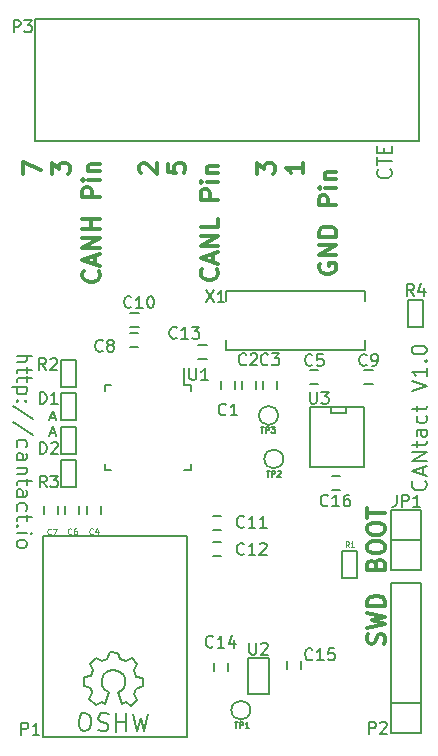
<source format=gto>
%FSLAX46Y46*%
G04 Gerber Fmt 4.6, Leading zero omitted, Abs format (unit mm)*
G04 Created by KiCad (PCBNEW (2014-10-22 BZR 5216)-product) date Tue 10 Feb 2015 01:20:12 PM EST*
%MOMM*%
G01*
G04 APERTURE LIST*
%ADD10C,0.100000*%
%ADD11C,0.200000*%
%ADD12C,0.300000*%
%ADD13C,0.150000*%
%ADD14C,0.114300*%
%ADD15C,0.127000*%
%ADD16C,0.125000*%
G04 APERTURE END LIST*
D10*
D11*
X128240476Y-124633333D02*
X127859524Y-124633333D01*
X128316667Y-124861905D02*
X128050000Y-124061905D01*
X127783333Y-124861905D01*
X128240476Y-125933333D02*
X127859524Y-125933333D01*
X128316667Y-126161905D02*
X128050000Y-125361905D01*
X127783333Y-126161905D01*
X125011905Y-119390477D02*
X126311905Y-119390477D01*
X125011905Y-119947620D02*
X125692857Y-119947620D01*
X125816667Y-119885715D01*
X125878571Y-119761905D01*
X125878571Y-119576191D01*
X125816667Y-119452382D01*
X125754762Y-119390477D01*
X125878571Y-120380953D02*
X125878571Y-120876191D01*
X126311905Y-120566667D02*
X125197619Y-120566667D01*
X125073810Y-120628572D01*
X125011905Y-120752381D01*
X125011905Y-120876191D01*
X125878571Y-121123810D02*
X125878571Y-121619048D01*
X126311905Y-121309524D02*
X125197619Y-121309524D01*
X125073810Y-121371429D01*
X125011905Y-121495238D01*
X125011905Y-121619048D01*
X125878571Y-122052381D02*
X124578571Y-122052381D01*
X125816667Y-122052381D02*
X125878571Y-122176190D01*
X125878571Y-122423809D01*
X125816667Y-122547619D01*
X125754762Y-122609524D01*
X125630952Y-122671428D01*
X125259524Y-122671428D01*
X125135714Y-122609524D01*
X125073810Y-122547619D01*
X125011905Y-122423809D01*
X125011905Y-122176190D01*
X125073810Y-122052381D01*
X125135714Y-123228571D02*
X125073810Y-123290476D01*
X125011905Y-123228571D01*
X125073810Y-123166666D01*
X125135714Y-123228571D01*
X125011905Y-123228571D01*
X125816667Y-123228571D02*
X125754762Y-123290476D01*
X125692857Y-123228571D01*
X125754762Y-123166666D01*
X125816667Y-123228571D01*
X125692857Y-123228571D01*
X126373810Y-124776190D02*
X124702381Y-123661905D01*
X126373810Y-126138095D02*
X124702381Y-125023810D01*
X125073810Y-127128572D02*
X125011905Y-127004762D01*
X125011905Y-126757143D01*
X125073810Y-126633334D01*
X125135714Y-126571429D01*
X125259524Y-126509524D01*
X125630952Y-126509524D01*
X125754762Y-126571429D01*
X125816667Y-126633334D01*
X125878571Y-126757143D01*
X125878571Y-127004762D01*
X125816667Y-127128572D01*
X125011905Y-128242858D02*
X125692857Y-128242858D01*
X125816667Y-128180953D01*
X125878571Y-128057143D01*
X125878571Y-127809524D01*
X125816667Y-127685715D01*
X125073810Y-128242858D02*
X125011905Y-128119048D01*
X125011905Y-127809524D01*
X125073810Y-127685715D01*
X125197619Y-127623810D01*
X125321429Y-127623810D01*
X125445238Y-127685715D01*
X125507143Y-127809524D01*
X125507143Y-128119048D01*
X125569048Y-128242858D01*
X125878571Y-128861905D02*
X125011905Y-128861905D01*
X125754762Y-128861905D02*
X125816667Y-128923810D01*
X125878571Y-129047619D01*
X125878571Y-129233333D01*
X125816667Y-129357143D01*
X125692857Y-129419048D01*
X125011905Y-129419048D01*
X125878571Y-129852381D02*
X125878571Y-130347619D01*
X126311905Y-130038095D02*
X125197619Y-130038095D01*
X125073810Y-130100000D01*
X125011905Y-130223809D01*
X125011905Y-130347619D01*
X125011905Y-131338095D02*
X125692857Y-131338095D01*
X125816667Y-131276190D01*
X125878571Y-131152380D01*
X125878571Y-130904761D01*
X125816667Y-130780952D01*
X125073810Y-131338095D02*
X125011905Y-131214285D01*
X125011905Y-130904761D01*
X125073810Y-130780952D01*
X125197619Y-130719047D01*
X125321429Y-130719047D01*
X125445238Y-130780952D01*
X125507143Y-130904761D01*
X125507143Y-131214285D01*
X125569048Y-131338095D01*
X125073810Y-132514285D02*
X125011905Y-132390475D01*
X125011905Y-132142856D01*
X125073810Y-132019047D01*
X125135714Y-131957142D01*
X125259524Y-131895237D01*
X125630952Y-131895237D01*
X125754762Y-131957142D01*
X125816667Y-132019047D01*
X125878571Y-132142856D01*
X125878571Y-132390475D01*
X125816667Y-132514285D01*
X125878571Y-132885714D02*
X125878571Y-133380952D01*
X126311905Y-133071428D02*
X125197619Y-133071428D01*
X125073810Y-133133333D01*
X125011905Y-133257142D01*
X125011905Y-133380952D01*
X125135714Y-133814285D02*
X125073810Y-133876190D01*
X125011905Y-133814285D01*
X125073810Y-133752380D01*
X125135714Y-133814285D01*
X125011905Y-133814285D01*
X125011905Y-134433333D02*
X125878571Y-134433333D01*
X126311905Y-134433333D02*
X126250000Y-134371428D01*
X126188095Y-134433333D01*
X126250000Y-134495238D01*
X126311905Y-134433333D01*
X126188095Y-134433333D01*
X125011905Y-135238095D02*
X125073810Y-135114286D01*
X125135714Y-135052381D01*
X125259524Y-134990476D01*
X125630952Y-134990476D01*
X125754762Y-135052381D01*
X125816667Y-135114286D01*
X125878571Y-135238095D01*
X125878571Y-135423809D01*
X125816667Y-135547619D01*
X125754762Y-135609524D01*
X125630952Y-135671428D01*
X125259524Y-135671428D01*
X125135714Y-135609524D01*
X125073810Y-135547619D01*
X125011905Y-135423809D01*
X125011905Y-135238095D01*
D12*
X155392857Y-137035714D02*
X155464286Y-136821428D01*
X155535714Y-136750000D01*
X155678571Y-136678571D01*
X155892857Y-136678571D01*
X156035714Y-136750000D01*
X156107143Y-136821428D01*
X156178571Y-136964286D01*
X156178571Y-137535714D01*
X154678571Y-137535714D01*
X154678571Y-137035714D01*
X154750000Y-136892857D01*
X154821429Y-136821428D01*
X154964286Y-136750000D01*
X155107143Y-136750000D01*
X155250000Y-136821428D01*
X155321429Y-136892857D01*
X155392857Y-137035714D01*
X155392857Y-137535714D01*
X154678571Y-135750000D02*
X154678571Y-135464286D01*
X154750000Y-135321428D01*
X154892857Y-135178571D01*
X155178571Y-135107143D01*
X155678571Y-135107143D01*
X155964286Y-135178571D01*
X156107143Y-135321428D01*
X156178571Y-135464286D01*
X156178571Y-135750000D01*
X156107143Y-135892857D01*
X155964286Y-136035714D01*
X155678571Y-136107143D01*
X155178571Y-136107143D01*
X154892857Y-136035714D01*
X154750000Y-135892857D01*
X154678571Y-135750000D01*
X154678571Y-134178571D02*
X154678571Y-133892857D01*
X154750000Y-133749999D01*
X154892857Y-133607142D01*
X155178571Y-133535714D01*
X155678571Y-133535714D01*
X155964286Y-133607142D01*
X156107143Y-133749999D01*
X156178571Y-133892857D01*
X156178571Y-134178571D01*
X156107143Y-134321428D01*
X155964286Y-134464285D01*
X155678571Y-134535714D01*
X155178571Y-134535714D01*
X154892857Y-134464285D01*
X154750000Y-134321428D01*
X154678571Y-134178571D01*
X154678571Y-133107142D02*
X154678571Y-132249999D01*
X156178571Y-132678570D02*
X154678571Y-132678570D01*
X156132143Y-143785714D02*
X156203571Y-143571428D01*
X156203571Y-143214285D01*
X156132143Y-143071428D01*
X156060714Y-142999999D01*
X155917857Y-142928571D01*
X155775000Y-142928571D01*
X155632143Y-142999999D01*
X155560714Y-143071428D01*
X155489286Y-143214285D01*
X155417857Y-143499999D01*
X155346429Y-143642857D01*
X155275000Y-143714285D01*
X155132143Y-143785714D01*
X154989286Y-143785714D01*
X154846429Y-143714285D01*
X154775000Y-143642857D01*
X154703571Y-143499999D01*
X154703571Y-143142857D01*
X154775000Y-142928571D01*
X154703571Y-142428571D02*
X156203571Y-142071428D01*
X155132143Y-141785714D01*
X156203571Y-141500000D01*
X154703571Y-141142857D01*
X156203571Y-140571428D02*
X154703571Y-140571428D01*
X154703571Y-140214285D01*
X154775000Y-140000000D01*
X154917857Y-139857142D01*
X155060714Y-139785714D01*
X155346429Y-139714285D01*
X155560714Y-139714285D01*
X155846429Y-139785714D01*
X155989286Y-139857142D01*
X156132143Y-140000000D01*
X156203571Y-140214285D01*
X156203571Y-140571428D01*
D11*
X159614286Y-129993809D02*
X159676190Y-130055714D01*
X159738095Y-130241428D01*
X159738095Y-130365238D01*
X159676190Y-130550952D01*
X159552381Y-130674761D01*
X159428571Y-130736666D01*
X159180952Y-130798571D01*
X158995238Y-130798571D01*
X158747619Y-130736666D01*
X158623810Y-130674761D01*
X158500000Y-130550952D01*
X158438095Y-130365238D01*
X158438095Y-130241428D01*
X158500000Y-130055714D01*
X158561905Y-129993809D01*
X159366667Y-129498571D02*
X159366667Y-128879523D01*
X159738095Y-129622380D02*
X158438095Y-129189047D01*
X159738095Y-128755714D01*
X159738095Y-128322380D02*
X158438095Y-128322380D01*
X159738095Y-127579523D01*
X158438095Y-127579523D01*
X158871429Y-127146189D02*
X158871429Y-126650951D01*
X158438095Y-126960475D02*
X159552381Y-126960475D01*
X159676190Y-126898570D01*
X159738095Y-126774761D01*
X159738095Y-126650951D01*
X159738095Y-125660475D02*
X159057143Y-125660475D01*
X158933333Y-125722380D01*
X158871429Y-125846190D01*
X158871429Y-126093809D01*
X158933333Y-126217618D01*
X159676190Y-125660475D02*
X159738095Y-125784285D01*
X159738095Y-126093809D01*
X159676190Y-126217618D01*
X159552381Y-126279523D01*
X159428571Y-126279523D01*
X159304762Y-126217618D01*
X159242857Y-126093809D01*
X159242857Y-125784285D01*
X159180952Y-125660475D01*
X159676190Y-124484285D02*
X159738095Y-124608095D01*
X159738095Y-124855714D01*
X159676190Y-124979523D01*
X159614286Y-125041428D01*
X159490476Y-125103333D01*
X159119048Y-125103333D01*
X158995238Y-125041428D01*
X158933333Y-124979523D01*
X158871429Y-124855714D01*
X158871429Y-124608095D01*
X158933333Y-124484285D01*
X158871429Y-124112856D02*
X158871429Y-123617618D01*
X158438095Y-123927142D02*
X159552381Y-123927142D01*
X159676190Y-123865237D01*
X159738095Y-123741428D01*
X159738095Y-123617618D01*
X158438095Y-122379523D02*
X159738095Y-121946190D01*
X158438095Y-121512857D01*
X159738095Y-120398571D02*
X159738095Y-121141428D01*
X159738095Y-120769999D02*
X158438095Y-120769999D01*
X158623810Y-120893809D01*
X158747619Y-121017618D01*
X158809524Y-121141428D01*
X159614286Y-119841428D02*
X159676190Y-119779523D01*
X159738095Y-119841428D01*
X159676190Y-119903333D01*
X159614286Y-119841428D01*
X159738095Y-119841428D01*
X158438095Y-118974761D02*
X158438095Y-118850952D01*
X158500000Y-118727142D01*
X158561905Y-118665237D01*
X158685714Y-118603333D01*
X158933333Y-118541428D01*
X159242857Y-118541428D01*
X159490476Y-118603333D01*
X159614286Y-118665237D01*
X159676190Y-118727142D01*
X159738095Y-118850952D01*
X159738095Y-118974761D01*
X159676190Y-119098571D01*
X159614286Y-119160475D01*
X159490476Y-119222380D01*
X159242857Y-119284285D01*
X158933333Y-119284285D01*
X158685714Y-119222380D01*
X158561905Y-119160475D01*
X158500000Y-119098571D01*
X158438095Y-118974761D01*
X156628571Y-103628571D02*
X156685714Y-103685714D01*
X156742857Y-103857143D01*
X156742857Y-103971429D01*
X156685714Y-104142857D01*
X156571429Y-104257143D01*
X156457143Y-104314286D01*
X156228571Y-104371429D01*
X156057143Y-104371429D01*
X155828571Y-104314286D01*
X155714286Y-104257143D01*
X155600000Y-104142857D01*
X155542857Y-103971429D01*
X155542857Y-103857143D01*
X155600000Y-103685714D01*
X155657143Y-103628571D01*
X155542857Y-103285714D02*
X155542857Y-102600000D01*
X156742857Y-102942857D02*
X155542857Y-102942857D01*
X156114286Y-102200000D02*
X156114286Y-101800000D01*
X156742857Y-101628571D02*
X156742857Y-102200000D01*
X155542857Y-102200000D01*
X155542857Y-101628571D01*
D12*
X150650000Y-111600000D02*
X150578571Y-111742857D01*
X150578571Y-111957143D01*
X150650000Y-112171428D01*
X150792857Y-112314286D01*
X150935714Y-112385714D01*
X151221429Y-112457143D01*
X151435714Y-112457143D01*
X151721429Y-112385714D01*
X151864286Y-112314286D01*
X152007143Y-112171428D01*
X152078571Y-111957143D01*
X152078571Y-111814286D01*
X152007143Y-111600000D01*
X151935714Y-111528571D01*
X151435714Y-111528571D01*
X151435714Y-111814286D01*
X152078571Y-110885714D02*
X150578571Y-110885714D01*
X152078571Y-110028571D01*
X150578571Y-110028571D01*
X152078571Y-109314285D02*
X150578571Y-109314285D01*
X150578571Y-108957142D01*
X150650000Y-108742857D01*
X150792857Y-108599999D01*
X150935714Y-108528571D01*
X151221429Y-108457142D01*
X151435714Y-108457142D01*
X151721429Y-108528571D01*
X151864286Y-108599999D01*
X152007143Y-108742857D01*
X152078571Y-108957142D01*
X152078571Y-109314285D01*
X152078571Y-106671428D02*
X150578571Y-106671428D01*
X150578571Y-106100000D01*
X150650000Y-105957142D01*
X150721429Y-105885714D01*
X150864286Y-105814285D01*
X151078571Y-105814285D01*
X151221429Y-105885714D01*
X151292857Y-105957142D01*
X151364286Y-106100000D01*
X151364286Y-106671428D01*
X152078571Y-105171428D02*
X151078571Y-105171428D01*
X150578571Y-105171428D02*
X150650000Y-105242857D01*
X150721429Y-105171428D01*
X150650000Y-105100000D01*
X150578571Y-105171428D01*
X150721429Y-105171428D01*
X151078571Y-104457142D02*
X152078571Y-104457142D01*
X151221429Y-104457142D02*
X151150000Y-104385714D01*
X151078571Y-104242856D01*
X151078571Y-104028571D01*
X151150000Y-103885714D01*
X151292857Y-103814285D01*
X152078571Y-103814285D01*
X141935714Y-112028571D02*
X142007143Y-112100000D01*
X142078571Y-112314286D01*
X142078571Y-112457143D01*
X142007143Y-112671428D01*
X141864286Y-112814286D01*
X141721429Y-112885714D01*
X141435714Y-112957143D01*
X141221429Y-112957143D01*
X140935714Y-112885714D01*
X140792857Y-112814286D01*
X140650000Y-112671428D01*
X140578571Y-112457143D01*
X140578571Y-112314286D01*
X140650000Y-112100000D01*
X140721429Y-112028571D01*
X141650000Y-111457143D02*
X141650000Y-110742857D01*
X142078571Y-111600000D02*
X140578571Y-111100000D01*
X142078571Y-110600000D01*
X142078571Y-110100000D02*
X140578571Y-110100000D01*
X142078571Y-109242857D01*
X140578571Y-109242857D01*
X142078571Y-107814285D02*
X142078571Y-108528571D01*
X140578571Y-108528571D01*
X142078571Y-106171428D02*
X140578571Y-106171428D01*
X140578571Y-105600000D01*
X140650000Y-105457142D01*
X140721429Y-105385714D01*
X140864286Y-105314285D01*
X141078571Y-105314285D01*
X141221429Y-105385714D01*
X141292857Y-105457142D01*
X141364286Y-105600000D01*
X141364286Y-106171428D01*
X142078571Y-104671428D02*
X141078571Y-104671428D01*
X140578571Y-104671428D02*
X140650000Y-104742857D01*
X140721429Y-104671428D01*
X140650000Y-104600000D01*
X140578571Y-104671428D01*
X140721429Y-104671428D01*
X141078571Y-103957142D02*
X142078571Y-103957142D01*
X141221429Y-103957142D02*
X141150000Y-103885714D01*
X141078571Y-103742856D01*
X141078571Y-103528571D01*
X141150000Y-103385714D01*
X141292857Y-103314285D01*
X142078571Y-103314285D01*
X131935714Y-112207143D02*
X132007143Y-112278572D01*
X132078571Y-112492858D01*
X132078571Y-112635715D01*
X132007143Y-112850000D01*
X131864286Y-112992858D01*
X131721429Y-113064286D01*
X131435714Y-113135715D01*
X131221429Y-113135715D01*
X130935714Y-113064286D01*
X130792857Y-112992858D01*
X130650000Y-112850000D01*
X130578571Y-112635715D01*
X130578571Y-112492858D01*
X130650000Y-112278572D01*
X130721429Y-112207143D01*
X131650000Y-111635715D02*
X131650000Y-110921429D01*
X132078571Y-111778572D02*
X130578571Y-111278572D01*
X132078571Y-110778572D01*
X132078571Y-110278572D02*
X130578571Y-110278572D01*
X132078571Y-109421429D01*
X130578571Y-109421429D01*
X132078571Y-108707143D02*
X130578571Y-108707143D01*
X131292857Y-108707143D02*
X131292857Y-107850000D01*
X132078571Y-107850000D02*
X130578571Y-107850000D01*
X132078571Y-105992857D02*
X130578571Y-105992857D01*
X130578571Y-105421429D01*
X130650000Y-105278571D01*
X130721429Y-105207143D01*
X130864286Y-105135714D01*
X131078571Y-105135714D01*
X131221429Y-105207143D01*
X131292857Y-105278571D01*
X131364286Y-105421429D01*
X131364286Y-105992857D01*
X132078571Y-104492857D02*
X131078571Y-104492857D01*
X130578571Y-104492857D02*
X130650000Y-104564286D01*
X130721429Y-104492857D01*
X130650000Y-104421429D01*
X130578571Y-104492857D01*
X130721429Y-104492857D01*
X131078571Y-103778571D02*
X132078571Y-103778571D01*
X131221429Y-103778571D02*
X131150000Y-103707143D01*
X131078571Y-103564285D01*
X131078571Y-103350000D01*
X131150000Y-103207143D01*
X131292857Y-103135714D01*
X132078571Y-103135714D01*
X145378571Y-103999999D02*
X145378571Y-103071428D01*
X145950000Y-103571428D01*
X145950000Y-103357142D01*
X146021429Y-103214285D01*
X146092857Y-103142856D01*
X146235714Y-103071428D01*
X146592857Y-103071428D01*
X146735714Y-103142856D01*
X146807143Y-103214285D01*
X146878571Y-103357142D01*
X146878571Y-103785714D01*
X146807143Y-103928571D01*
X146735714Y-103999999D01*
X149278571Y-103071428D02*
X149278571Y-103928571D01*
X149278571Y-103499999D02*
X147778571Y-103499999D01*
X147992857Y-103642856D01*
X148135714Y-103785714D01*
X148207143Y-103928571D01*
X135521429Y-103928571D02*
X135450000Y-103857142D01*
X135378571Y-103714285D01*
X135378571Y-103357142D01*
X135450000Y-103214285D01*
X135521429Y-103142856D01*
X135664286Y-103071428D01*
X135807143Y-103071428D01*
X136021429Y-103142856D01*
X136878571Y-103999999D01*
X136878571Y-103071428D01*
X137778571Y-103142856D02*
X137778571Y-103857142D01*
X138492857Y-103928571D01*
X138421429Y-103857142D01*
X138350000Y-103714285D01*
X138350000Y-103357142D01*
X138421429Y-103214285D01*
X138492857Y-103142856D01*
X138635714Y-103071428D01*
X138992857Y-103071428D01*
X139135714Y-103142856D01*
X139207143Y-103214285D01*
X139278571Y-103357142D01*
X139278571Y-103714285D01*
X139207143Y-103857142D01*
X139135714Y-103928571D01*
X125578571Y-103999999D02*
X125578571Y-102999999D01*
X127078571Y-103642856D01*
X127978571Y-103999999D02*
X127978571Y-103071428D01*
X128550000Y-103571428D01*
X128550000Y-103357142D01*
X128621429Y-103214285D01*
X128692857Y-103142856D01*
X128835714Y-103071428D01*
X129192857Y-103071428D01*
X129335714Y-103142856D01*
X129407143Y-103214285D01*
X129478571Y-103357142D01*
X129478571Y-103785714D01*
X129407143Y-103928571D01*
X129335714Y-103999999D01*
D13*
X159108400Y-101186000D02*
X159108400Y-90873600D01*
X126545600Y-101160600D02*
X126545600Y-90900000D01*
X126571000Y-90873600D02*
X159070000Y-90873600D01*
X126571000Y-101186000D02*
X159083000Y-101186000D01*
X159270000Y-135000000D02*
X156730000Y-135000000D01*
X159270000Y-132460000D02*
X156730000Y-132460000D01*
X156730000Y-132460000D02*
X156730000Y-135000000D01*
X156730000Y-135000000D02*
X156730000Y-137540000D01*
X156730000Y-137540000D02*
X159270000Y-137540000D01*
X159270000Y-137540000D02*
X159270000Y-132460000D01*
X127204000Y-151687000D02*
X139396000Y-151687000D01*
X139396000Y-151687000D02*
X139396000Y-134669000D01*
X139396000Y-134669000D02*
X127204000Y-134669000D01*
X127204000Y-134669000D02*
X127204000Y-151687000D01*
X156730000Y-148810000D02*
X156730000Y-138650000D01*
X156730000Y-138650000D02*
X159270000Y-138650000D01*
X159270000Y-138650000D02*
X159270000Y-148810000D01*
X156730000Y-151350000D02*
X156730000Y-148810000D01*
X156730000Y-148810000D02*
X159270000Y-148810000D01*
X156730000Y-151350000D02*
X159270000Y-151350000D01*
X159270000Y-151350000D02*
X159270000Y-148810000D01*
X153835000Y-135957000D02*
X153835000Y-138243000D01*
X153835000Y-138243000D02*
X152565000Y-138243000D01*
X152565000Y-138243000D02*
X152565000Y-135957000D01*
X152565000Y-135957000D02*
X153835000Y-135957000D01*
X144787719Y-149409000D02*
G75*
G03X144787719Y-149409000I-803219J0D01*
G01*
X147581719Y-128136500D02*
G75*
G03X147581719Y-128136500I-803219J0D01*
G01*
X147137219Y-124453500D02*
G75*
G03X147137219Y-124453500I-803219J0D01*
G01*
X139735500Y-121844500D02*
X139210500Y-121844500D01*
X139735500Y-129094500D02*
X139210500Y-129094500D01*
X132485500Y-129094500D02*
X133010500Y-129094500D01*
X132485500Y-121844500D02*
X133010500Y-121844500D01*
X139735500Y-121844500D02*
X139735500Y-122369500D01*
X132485500Y-121844500D02*
X132485500Y-122369500D01*
X132485500Y-129094500D02*
X132485500Y-128569500D01*
X139735500Y-129094500D02*
X139735500Y-128569500D01*
X139210500Y-121844500D02*
X139210500Y-120469500D01*
X146397500Y-148012000D02*
X144619500Y-148012000D01*
X144619500Y-148012000D02*
X144619500Y-144964000D01*
X144619500Y-144964000D02*
X146397500Y-144964000D01*
X146397500Y-144964000D02*
X146397500Y-148012000D01*
X154398500Y-123755000D02*
X154398500Y-128835000D01*
X154398500Y-128835000D02*
X149826500Y-128835000D01*
X149826500Y-128835000D02*
X149826500Y-123755000D01*
X149826500Y-123755000D02*
X154398500Y-123755000D01*
X152874500Y-123755000D02*
X152874500Y-124263000D01*
X152874500Y-124263000D02*
X151604500Y-124263000D01*
X151604500Y-124263000D02*
X151604500Y-123755000D01*
X142770380Y-118888360D02*
X154469620Y-118888360D01*
X154469620Y-113889640D02*
X142770380Y-113889640D01*
X154469620Y-118888360D02*
X154469620Y-118040000D01*
X154469620Y-113889640D02*
X154469620Y-114738000D01*
X142770380Y-118888360D02*
X142770380Y-118040000D01*
X142770380Y-113889640D02*
X142770380Y-114738000D01*
X143505000Y-121500000D02*
X143505000Y-122200000D01*
X142305000Y-122200000D02*
X142305000Y-121500000D01*
X145283000Y-121500000D02*
X145283000Y-122200000D01*
X144083000Y-122200000D02*
X144083000Y-121500000D01*
X147061000Y-121500000D02*
X147061000Y-122200000D01*
X145861000Y-122200000D02*
X145861000Y-121500000D01*
X130938500Y-132804500D02*
X130938500Y-132104500D01*
X132138500Y-132104500D02*
X132138500Y-132804500D01*
X149850000Y-120600000D02*
X150550000Y-120600000D01*
X150550000Y-121800000D02*
X149850000Y-121800000D01*
X129097000Y-132804500D02*
X129097000Y-132104500D01*
X130297000Y-132104500D02*
X130297000Y-132804500D01*
X127319000Y-132804500D02*
X127319000Y-132104500D01*
X128519000Y-132104500D02*
X128519000Y-132804500D01*
X134617500Y-117440000D02*
X135317500Y-117440000D01*
X135317500Y-118640000D02*
X134617500Y-118640000D01*
X155150000Y-121800000D02*
X154450000Y-121800000D01*
X154450000Y-120600000D02*
X155150000Y-120600000D01*
X134625000Y-115750000D02*
X135325000Y-115750000D01*
X135325000Y-116950000D02*
X134625000Y-116950000D01*
X142302500Y-134134000D02*
X141602500Y-134134000D01*
X141602500Y-132934000D02*
X142302500Y-132934000D01*
X142302500Y-136356500D02*
X141602500Y-136356500D01*
X141602500Y-135156500D02*
X142302500Y-135156500D01*
X140396000Y-118456000D02*
X141096000Y-118456000D01*
X141096000Y-119656000D02*
X140396000Y-119656000D01*
X142933500Y-145376000D02*
X142933500Y-146076000D01*
X141733500Y-146076000D02*
X141733500Y-145376000D01*
X149093000Y-145249000D02*
X149093000Y-145949000D01*
X147893000Y-145949000D02*
X147893000Y-145249000D01*
X152399000Y-130768500D02*
X151699000Y-130768500D01*
X151699000Y-129568500D02*
X152399000Y-129568500D01*
X128744500Y-124834500D02*
X128744500Y-122548500D01*
X128744500Y-122548500D02*
X130014500Y-122548500D01*
X130014500Y-122548500D02*
X130014500Y-124834500D01*
X130014500Y-124834500D02*
X128744500Y-124834500D01*
X130014500Y-125406000D02*
X130014500Y-127692000D01*
X130014500Y-127692000D02*
X128744500Y-127692000D01*
X128744500Y-127692000D02*
X128744500Y-125406000D01*
X128744500Y-125406000D02*
X130014500Y-125406000D01*
X130014500Y-119754500D02*
X130014500Y-122040500D01*
X130014500Y-122040500D02*
X128744500Y-122040500D01*
X128744500Y-122040500D02*
X128744500Y-119754500D01*
X128744500Y-119754500D02*
X130014500Y-119754500D01*
X128740000Y-130493000D02*
X128740000Y-128207000D01*
X128740000Y-128207000D02*
X130010000Y-128207000D01*
X130010000Y-128207000D02*
X130010000Y-130493000D01*
X130010000Y-130493000D02*
X128740000Y-130493000D01*
X158165000Y-116943000D02*
X158165000Y-114657000D01*
X158165000Y-114657000D02*
X159435000Y-114657000D01*
X159435000Y-114657000D02*
X159435000Y-116943000D01*
X159435000Y-116943000D02*
X158165000Y-116943000D01*
X134868780Y-149689860D02*
X135229460Y-151160520D01*
X135229460Y-151160520D02*
X135508860Y-150098800D01*
X135508860Y-150098800D02*
X135818740Y-151170680D01*
X135818740Y-151170680D02*
X136159100Y-149720340D01*
X133448920Y-150380740D02*
X134238860Y-150370580D01*
X134238860Y-150370580D02*
X134249020Y-150380740D01*
X134249020Y-150380740D02*
X134249020Y-150370580D01*
X134289660Y-149659380D02*
X134289660Y-151201160D01*
X133400660Y-149649220D02*
X133400660Y-151218940D01*
X133400660Y-151218940D02*
X133410820Y-151208780D01*
X132849480Y-149750820D02*
X132498960Y-149669540D01*
X132498960Y-149669540D02*
X132178920Y-149659380D01*
X132178920Y-149659380D02*
X131940160Y-149860040D01*
X131940160Y-149860040D02*
X131909680Y-150129280D01*
X131909680Y-150129280D02*
X132150980Y-150370580D01*
X132150980Y-150370580D02*
X132539600Y-150500120D01*
X132539600Y-150500120D02*
X132719940Y-150660140D01*
X132719940Y-150660140D02*
X132760580Y-150959860D01*
X132760580Y-150959860D02*
X132529440Y-151180840D01*
X132529440Y-151180840D02*
X132209400Y-151208780D01*
X132209400Y-151208780D02*
X131858880Y-151099560D01*
X130820020Y-149649220D02*
X130571100Y-149669540D01*
X130571100Y-149669540D02*
X130329800Y-149910840D01*
X130329800Y-149910840D02*
X130240900Y-150401060D01*
X130240900Y-150401060D02*
X130268840Y-150749040D01*
X130268840Y-150749040D02*
X130469500Y-151069080D01*
X130469500Y-151069080D02*
X130720960Y-151191000D01*
X130720960Y-151191000D02*
X131030840Y-151119880D01*
X131030840Y-151119880D02*
X131249280Y-150939540D01*
X131249280Y-150939540D02*
X131320400Y-150479800D01*
X131320400Y-150479800D02*
X131269600Y-150070860D01*
X131269600Y-150070860D02*
X131160380Y-149788920D01*
X131160380Y-149788920D02*
X130799700Y-149659380D01*
X131419460Y-147929640D02*
X131160380Y-148490980D01*
X131160380Y-148490980D02*
X131698860Y-149009140D01*
X131698860Y-149009140D02*
X132219560Y-148739900D01*
X132219560Y-148739900D02*
X132498960Y-148899920D01*
X133939140Y-148879600D02*
X134269340Y-148689100D01*
X134269340Y-148689100D02*
X134708760Y-149019300D01*
X134708760Y-149019300D02*
X135181200Y-148529080D01*
X135181200Y-148529080D02*
X134899260Y-148049020D01*
X134899260Y-148049020D02*
X135089760Y-147579120D01*
X135089760Y-147579120D02*
X135699360Y-147391160D01*
X135699360Y-147391160D02*
X135699360Y-146710440D01*
X135699360Y-146710440D02*
X135140560Y-146570740D01*
X135140560Y-146570740D02*
X134939900Y-145999240D01*
X134939900Y-145999240D02*
X135209140Y-145529340D01*
X135209140Y-145529340D02*
X134739240Y-145018800D01*
X134739240Y-145018800D02*
X134221080Y-145280420D01*
X134221080Y-145280420D02*
X133751180Y-145079760D01*
X133751180Y-145079760D02*
X133581000Y-144538740D01*
X133581000Y-144538740D02*
X132890120Y-144520960D01*
X132890120Y-144520960D02*
X132679300Y-145069600D01*
X132679300Y-145069600D02*
X132260200Y-145239780D01*
X132260200Y-145239780D02*
X131709020Y-144970540D01*
X131709020Y-144970540D02*
X131190860Y-145498860D01*
X131190860Y-145498860D02*
X131439780Y-146039880D01*
X131439780Y-146039880D02*
X131269600Y-146519940D01*
X131269600Y-146519940D02*
X130720960Y-146619000D01*
X130720960Y-146619000D02*
X130710800Y-147320040D01*
X130710800Y-147320040D02*
X131269600Y-147520700D01*
X131269600Y-147520700D02*
X131409300Y-147919480D01*
X133550520Y-147899160D02*
X133850240Y-147749300D01*
X133850240Y-147749300D02*
X134050900Y-147551180D01*
X134050900Y-147551180D02*
X134200760Y-147149860D01*
X134200760Y-147149860D02*
X134200760Y-146751080D01*
X134200760Y-146751080D02*
X134050900Y-146400560D01*
X134050900Y-146400560D02*
X133598780Y-146050040D01*
X133598780Y-146050040D02*
X133149200Y-145999240D01*
X133149200Y-145999240D02*
X132750420Y-146100840D01*
X132750420Y-146100840D02*
X132349100Y-146448820D01*
X132349100Y-146448820D02*
X132199240Y-146900940D01*
X132199240Y-146900940D02*
X132250040Y-147398780D01*
X132250040Y-147398780D02*
X132498960Y-147701040D01*
X132498960Y-147701040D02*
X132849480Y-147899160D01*
X132849480Y-147899160D02*
X132498960Y-148899920D01*
X133550520Y-147899160D02*
X133949300Y-148899920D01*
X124761905Y-92002381D02*
X124761905Y-91002381D01*
X125142858Y-91002381D01*
X125238096Y-91050000D01*
X125285715Y-91097619D01*
X125333334Y-91192857D01*
X125333334Y-91335714D01*
X125285715Y-91430952D01*
X125238096Y-91478571D01*
X125142858Y-91526190D01*
X124761905Y-91526190D01*
X125666667Y-91002381D02*
X126285715Y-91002381D01*
X125952381Y-91383333D01*
X126095239Y-91383333D01*
X126190477Y-91430952D01*
X126238096Y-91478571D01*
X126285715Y-91573810D01*
X126285715Y-91811905D01*
X126238096Y-91907143D01*
X126190477Y-91954762D01*
X126095239Y-92002381D01*
X125809524Y-92002381D01*
X125714286Y-91954762D01*
X125666667Y-91907143D01*
X157166667Y-131177381D02*
X157166667Y-131891667D01*
X157119047Y-132034524D01*
X157023809Y-132129762D01*
X156880952Y-132177381D01*
X156785714Y-132177381D01*
X157642857Y-132177381D02*
X157642857Y-131177381D01*
X158023810Y-131177381D01*
X158119048Y-131225000D01*
X158166667Y-131272619D01*
X158214286Y-131367857D01*
X158214286Y-131510714D01*
X158166667Y-131605952D01*
X158119048Y-131653571D01*
X158023810Y-131701190D01*
X157642857Y-131701190D01*
X159166667Y-132177381D02*
X158595238Y-132177381D01*
X158880952Y-132177381D02*
X158880952Y-131177381D01*
X158785714Y-131320238D01*
X158690476Y-131415476D01*
X158595238Y-131463095D01*
X125411905Y-151477381D02*
X125411905Y-150477381D01*
X125792858Y-150477381D01*
X125888096Y-150525000D01*
X125935715Y-150572619D01*
X125983334Y-150667857D01*
X125983334Y-150810714D01*
X125935715Y-150905952D01*
X125888096Y-150953571D01*
X125792858Y-151001190D01*
X125411905Y-151001190D01*
X126935715Y-151477381D02*
X126364286Y-151477381D01*
X126650000Y-151477381D02*
X126650000Y-150477381D01*
X126554762Y-150620238D01*
X126459524Y-150715476D01*
X126364286Y-150763095D01*
X154836905Y-151402381D02*
X154836905Y-150402381D01*
X155217858Y-150402381D01*
X155313096Y-150450000D01*
X155360715Y-150497619D01*
X155408334Y-150592857D01*
X155408334Y-150735714D01*
X155360715Y-150830952D01*
X155313096Y-150878571D01*
X155217858Y-150926190D01*
X154836905Y-150926190D01*
X155789286Y-150497619D02*
X155836905Y-150450000D01*
X155932143Y-150402381D01*
X156170239Y-150402381D01*
X156265477Y-150450000D01*
X156313096Y-150497619D01*
X156360715Y-150592857D01*
X156360715Y-150688095D01*
X156313096Y-150830952D01*
X155741667Y-151402381D01*
X156360715Y-151402381D01*
D14*
X153132800Y-135626310D02*
X152980400Y-135384405D01*
X152871543Y-135626310D02*
X152871543Y-135118310D01*
X153045715Y-135118310D01*
X153089257Y-135142500D01*
X153111029Y-135166690D01*
X153132800Y-135215071D01*
X153132800Y-135287643D01*
X153111029Y-135336024D01*
X153089257Y-135360214D01*
X153045715Y-135384405D01*
X152871543Y-135384405D01*
X153568229Y-135626310D02*
X153306972Y-135626310D01*
X153437600Y-135626310D02*
X153437600Y-135118310D01*
X153394057Y-135190881D01*
X153350515Y-135239262D01*
X153306972Y-135263452D01*
D15*
X143458952Y-150421810D02*
X143749238Y-150421810D01*
X143604095Y-150929810D02*
X143604095Y-150421810D01*
X143918571Y-150929810D02*
X143918571Y-150421810D01*
X144112095Y-150421810D01*
X144160476Y-150446000D01*
X144184667Y-150470190D01*
X144208857Y-150518571D01*
X144208857Y-150591143D01*
X144184667Y-150639524D01*
X144160476Y-150663714D01*
X144112095Y-150687905D01*
X143918571Y-150687905D01*
X144692667Y-150929810D02*
X144402381Y-150929810D01*
X144547524Y-150929810D02*
X144547524Y-150421810D01*
X144499143Y-150494381D01*
X144450762Y-150542762D01*
X144402381Y-150566952D01*
X146158952Y-129121810D02*
X146449238Y-129121810D01*
X146304095Y-129629810D02*
X146304095Y-129121810D01*
X146618571Y-129629810D02*
X146618571Y-129121810D01*
X146812095Y-129121810D01*
X146860476Y-129146000D01*
X146884667Y-129170190D01*
X146908857Y-129218571D01*
X146908857Y-129291143D01*
X146884667Y-129339524D01*
X146860476Y-129363714D01*
X146812095Y-129387905D01*
X146618571Y-129387905D01*
X147102381Y-129170190D02*
X147126571Y-129146000D01*
X147174952Y-129121810D01*
X147295905Y-129121810D01*
X147344286Y-129146000D01*
X147368476Y-129170190D01*
X147392667Y-129218571D01*
X147392667Y-129266952D01*
X147368476Y-129339524D01*
X147078190Y-129629810D01*
X147392667Y-129629810D01*
X145658952Y-125421810D02*
X145949238Y-125421810D01*
X145804095Y-125929810D02*
X145804095Y-125421810D01*
X146118571Y-125929810D02*
X146118571Y-125421810D01*
X146312095Y-125421810D01*
X146360476Y-125446000D01*
X146384667Y-125470190D01*
X146408857Y-125518571D01*
X146408857Y-125591143D01*
X146384667Y-125639524D01*
X146360476Y-125663714D01*
X146312095Y-125687905D01*
X146118571Y-125687905D01*
X146578190Y-125421810D02*
X146892667Y-125421810D01*
X146723333Y-125615333D01*
X146795905Y-125615333D01*
X146844286Y-125639524D01*
X146868476Y-125663714D01*
X146892667Y-125712095D01*
X146892667Y-125833048D01*
X146868476Y-125881429D01*
X146844286Y-125905619D01*
X146795905Y-125929810D01*
X146650762Y-125929810D01*
X146602381Y-125905619D01*
X146578190Y-125881429D01*
D13*
X139638095Y-120452381D02*
X139638095Y-121261905D01*
X139685714Y-121357143D01*
X139733333Y-121404762D01*
X139828571Y-121452381D01*
X140019048Y-121452381D01*
X140114286Y-121404762D01*
X140161905Y-121357143D01*
X140209524Y-121261905D01*
X140209524Y-120452381D01*
X141209524Y-121452381D02*
X140638095Y-121452381D01*
X140923809Y-121452381D02*
X140923809Y-120452381D01*
X140828571Y-120595238D01*
X140733333Y-120690476D01*
X140638095Y-120738095D01*
X144713095Y-143702381D02*
X144713095Y-144511905D01*
X144760714Y-144607143D01*
X144808333Y-144654762D01*
X144903571Y-144702381D01*
X145094048Y-144702381D01*
X145189286Y-144654762D01*
X145236905Y-144607143D01*
X145284524Y-144511905D01*
X145284524Y-143702381D01*
X145713095Y-143797619D02*
X145760714Y-143750000D01*
X145855952Y-143702381D01*
X146094048Y-143702381D01*
X146189286Y-143750000D01*
X146236905Y-143797619D01*
X146284524Y-143892857D01*
X146284524Y-143988095D01*
X146236905Y-144130952D01*
X145665476Y-144702381D01*
X146284524Y-144702381D01*
X149838095Y-122452381D02*
X149838095Y-123261905D01*
X149885714Y-123357143D01*
X149933333Y-123404762D01*
X150028571Y-123452381D01*
X150219048Y-123452381D01*
X150314286Y-123404762D01*
X150361905Y-123357143D01*
X150409524Y-123261905D01*
X150409524Y-122452381D01*
X150790476Y-122452381D02*
X151409524Y-122452381D01*
X151076190Y-122833333D01*
X151219048Y-122833333D01*
X151314286Y-122880952D01*
X151361905Y-122928571D01*
X151409524Y-123023810D01*
X151409524Y-123261905D01*
X151361905Y-123357143D01*
X151314286Y-123404762D01*
X151219048Y-123452381D01*
X150933333Y-123452381D01*
X150838095Y-123404762D01*
X150790476Y-123357143D01*
X141015476Y-113852381D02*
X141682143Y-114852381D01*
X141682143Y-113852381D02*
X141015476Y-114852381D01*
X142586905Y-114852381D02*
X142015476Y-114852381D01*
X142301190Y-114852381D02*
X142301190Y-113852381D01*
X142205952Y-113995238D01*
X142110714Y-114090476D01*
X142015476Y-114138095D01*
X142733334Y-124357143D02*
X142685715Y-124404762D01*
X142542858Y-124452381D01*
X142447620Y-124452381D01*
X142304762Y-124404762D01*
X142209524Y-124309524D01*
X142161905Y-124214286D01*
X142114286Y-124023810D01*
X142114286Y-123880952D01*
X142161905Y-123690476D01*
X142209524Y-123595238D01*
X142304762Y-123500000D01*
X142447620Y-123452381D01*
X142542858Y-123452381D01*
X142685715Y-123500000D01*
X142733334Y-123547619D01*
X143685715Y-124452381D02*
X143114286Y-124452381D01*
X143400000Y-124452381D02*
X143400000Y-123452381D01*
X143304762Y-123595238D01*
X143209524Y-123690476D01*
X143114286Y-123738095D01*
X144433334Y-120107143D02*
X144385715Y-120154762D01*
X144242858Y-120202381D01*
X144147620Y-120202381D01*
X144004762Y-120154762D01*
X143909524Y-120059524D01*
X143861905Y-119964286D01*
X143814286Y-119773810D01*
X143814286Y-119630952D01*
X143861905Y-119440476D01*
X143909524Y-119345238D01*
X144004762Y-119250000D01*
X144147620Y-119202381D01*
X144242858Y-119202381D01*
X144385715Y-119250000D01*
X144433334Y-119297619D01*
X144814286Y-119297619D02*
X144861905Y-119250000D01*
X144957143Y-119202381D01*
X145195239Y-119202381D01*
X145290477Y-119250000D01*
X145338096Y-119297619D01*
X145385715Y-119392857D01*
X145385715Y-119488095D01*
X145338096Y-119630952D01*
X144766667Y-120202381D01*
X145385715Y-120202381D01*
X146283334Y-120107143D02*
X146235715Y-120154762D01*
X146092858Y-120202381D01*
X145997620Y-120202381D01*
X145854762Y-120154762D01*
X145759524Y-120059524D01*
X145711905Y-119964286D01*
X145664286Y-119773810D01*
X145664286Y-119630952D01*
X145711905Y-119440476D01*
X145759524Y-119345238D01*
X145854762Y-119250000D01*
X145997620Y-119202381D01*
X146092858Y-119202381D01*
X146235715Y-119250000D01*
X146283334Y-119297619D01*
X146616667Y-119202381D02*
X147235715Y-119202381D01*
X146902381Y-119583333D01*
X147045239Y-119583333D01*
X147140477Y-119630952D01*
X147188096Y-119678571D01*
X147235715Y-119773810D01*
X147235715Y-120011905D01*
X147188096Y-120107143D01*
X147140477Y-120154762D01*
X147045239Y-120202381D01*
X146759524Y-120202381D01*
X146664286Y-120154762D01*
X146616667Y-120107143D01*
D16*
X131466667Y-134468571D02*
X131442857Y-134492381D01*
X131371429Y-134516190D01*
X131323810Y-134516190D01*
X131252381Y-134492381D01*
X131204762Y-134444762D01*
X131180953Y-134397143D01*
X131157143Y-134301905D01*
X131157143Y-134230476D01*
X131180953Y-134135238D01*
X131204762Y-134087619D01*
X131252381Y-134040000D01*
X131323810Y-134016190D01*
X131371429Y-134016190D01*
X131442857Y-134040000D01*
X131466667Y-134063810D01*
X131895238Y-134182857D02*
X131895238Y-134516190D01*
X131776191Y-133992381D02*
X131657143Y-134349524D01*
X131966667Y-134349524D01*
D13*
X150033334Y-120157143D02*
X149985715Y-120204762D01*
X149842858Y-120252381D01*
X149747620Y-120252381D01*
X149604762Y-120204762D01*
X149509524Y-120109524D01*
X149461905Y-120014286D01*
X149414286Y-119823810D01*
X149414286Y-119680952D01*
X149461905Y-119490476D01*
X149509524Y-119395238D01*
X149604762Y-119300000D01*
X149747620Y-119252381D01*
X149842858Y-119252381D01*
X149985715Y-119300000D01*
X150033334Y-119347619D01*
X150938096Y-119252381D02*
X150461905Y-119252381D01*
X150414286Y-119728571D01*
X150461905Y-119680952D01*
X150557143Y-119633333D01*
X150795239Y-119633333D01*
X150890477Y-119680952D01*
X150938096Y-119728571D01*
X150985715Y-119823810D01*
X150985715Y-120061905D01*
X150938096Y-120157143D01*
X150890477Y-120204762D01*
X150795239Y-120252381D01*
X150557143Y-120252381D01*
X150461905Y-120204762D01*
X150414286Y-120157143D01*
D16*
X129636667Y-134468571D02*
X129612857Y-134492381D01*
X129541429Y-134516190D01*
X129493810Y-134516190D01*
X129422381Y-134492381D01*
X129374762Y-134444762D01*
X129350953Y-134397143D01*
X129327143Y-134301905D01*
X129327143Y-134230476D01*
X129350953Y-134135238D01*
X129374762Y-134087619D01*
X129422381Y-134040000D01*
X129493810Y-134016190D01*
X129541429Y-134016190D01*
X129612857Y-134040000D01*
X129636667Y-134063810D01*
X130065238Y-134016190D02*
X129970000Y-134016190D01*
X129922381Y-134040000D01*
X129898572Y-134063810D01*
X129850953Y-134135238D01*
X129827143Y-134230476D01*
X129827143Y-134420952D01*
X129850953Y-134468571D01*
X129874762Y-134492381D01*
X129922381Y-134516190D01*
X130017619Y-134516190D01*
X130065238Y-134492381D01*
X130089048Y-134468571D01*
X130112857Y-134420952D01*
X130112857Y-134301905D01*
X130089048Y-134254286D01*
X130065238Y-134230476D01*
X130017619Y-134206667D01*
X129922381Y-134206667D01*
X129874762Y-134230476D01*
X129850953Y-134254286D01*
X129827143Y-134301905D01*
X127916667Y-134478571D02*
X127892857Y-134502381D01*
X127821429Y-134526190D01*
X127773810Y-134526190D01*
X127702381Y-134502381D01*
X127654762Y-134454762D01*
X127630953Y-134407143D01*
X127607143Y-134311905D01*
X127607143Y-134240476D01*
X127630953Y-134145238D01*
X127654762Y-134097619D01*
X127702381Y-134050000D01*
X127773810Y-134026190D01*
X127821429Y-134026190D01*
X127892857Y-134050000D01*
X127916667Y-134073810D01*
X128083334Y-134026190D02*
X128416667Y-134026190D01*
X128202381Y-134526190D01*
D13*
X132283334Y-118957143D02*
X132235715Y-119004762D01*
X132092858Y-119052381D01*
X131997620Y-119052381D01*
X131854762Y-119004762D01*
X131759524Y-118909524D01*
X131711905Y-118814286D01*
X131664286Y-118623810D01*
X131664286Y-118480952D01*
X131711905Y-118290476D01*
X131759524Y-118195238D01*
X131854762Y-118100000D01*
X131997620Y-118052381D01*
X132092858Y-118052381D01*
X132235715Y-118100000D01*
X132283334Y-118147619D01*
X132854762Y-118480952D02*
X132759524Y-118433333D01*
X132711905Y-118385714D01*
X132664286Y-118290476D01*
X132664286Y-118242857D01*
X132711905Y-118147619D01*
X132759524Y-118100000D01*
X132854762Y-118052381D01*
X133045239Y-118052381D01*
X133140477Y-118100000D01*
X133188096Y-118147619D01*
X133235715Y-118242857D01*
X133235715Y-118290476D01*
X133188096Y-118385714D01*
X133140477Y-118433333D01*
X133045239Y-118480952D01*
X132854762Y-118480952D01*
X132759524Y-118528571D01*
X132711905Y-118576190D01*
X132664286Y-118671429D01*
X132664286Y-118861905D01*
X132711905Y-118957143D01*
X132759524Y-119004762D01*
X132854762Y-119052381D01*
X133045239Y-119052381D01*
X133140477Y-119004762D01*
X133188096Y-118957143D01*
X133235715Y-118861905D01*
X133235715Y-118671429D01*
X133188096Y-118576190D01*
X133140477Y-118528571D01*
X133045239Y-118480952D01*
X154633334Y-120157143D02*
X154585715Y-120204762D01*
X154442858Y-120252381D01*
X154347620Y-120252381D01*
X154204762Y-120204762D01*
X154109524Y-120109524D01*
X154061905Y-120014286D01*
X154014286Y-119823810D01*
X154014286Y-119680952D01*
X154061905Y-119490476D01*
X154109524Y-119395238D01*
X154204762Y-119300000D01*
X154347620Y-119252381D01*
X154442858Y-119252381D01*
X154585715Y-119300000D01*
X154633334Y-119347619D01*
X155109524Y-120252381D02*
X155300000Y-120252381D01*
X155395239Y-120204762D01*
X155442858Y-120157143D01*
X155538096Y-120014286D01*
X155585715Y-119823810D01*
X155585715Y-119442857D01*
X155538096Y-119347619D01*
X155490477Y-119300000D01*
X155395239Y-119252381D01*
X155204762Y-119252381D01*
X155109524Y-119300000D01*
X155061905Y-119347619D01*
X155014286Y-119442857D01*
X155014286Y-119680952D01*
X155061905Y-119776190D01*
X155109524Y-119823810D01*
X155204762Y-119871429D01*
X155395239Y-119871429D01*
X155490477Y-119823810D01*
X155538096Y-119776190D01*
X155585715Y-119680952D01*
X134707143Y-115257143D02*
X134659524Y-115304762D01*
X134516667Y-115352381D01*
X134421429Y-115352381D01*
X134278571Y-115304762D01*
X134183333Y-115209524D01*
X134135714Y-115114286D01*
X134088095Y-114923810D01*
X134088095Y-114780952D01*
X134135714Y-114590476D01*
X134183333Y-114495238D01*
X134278571Y-114400000D01*
X134421429Y-114352381D01*
X134516667Y-114352381D01*
X134659524Y-114400000D01*
X134707143Y-114447619D01*
X135659524Y-115352381D02*
X135088095Y-115352381D01*
X135373809Y-115352381D02*
X135373809Y-114352381D01*
X135278571Y-114495238D01*
X135183333Y-114590476D01*
X135088095Y-114638095D01*
X136278571Y-114352381D02*
X136373810Y-114352381D01*
X136469048Y-114400000D01*
X136516667Y-114447619D01*
X136564286Y-114542857D01*
X136611905Y-114733333D01*
X136611905Y-114971429D01*
X136564286Y-115161905D01*
X136516667Y-115257143D01*
X136469048Y-115304762D01*
X136373810Y-115352381D01*
X136278571Y-115352381D01*
X136183333Y-115304762D01*
X136135714Y-115257143D01*
X136088095Y-115161905D01*
X136040476Y-114971429D01*
X136040476Y-114733333D01*
X136088095Y-114542857D01*
X136135714Y-114447619D01*
X136183333Y-114400000D01*
X136278571Y-114352381D01*
X144257143Y-133857143D02*
X144209524Y-133904762D01*
X144066667Y-133952381D01*
X143971429Y-133952381D01*
X143828571Y-133904762D01*
X143733333Y-133809524D01*
X143685714Y-133714286D01*
X143638095Y-133523810D01*
X143638095Y-133380952D01*
X143685714Y-133190476D01*
X143733333Y-133095238D01*
X143828571Y-133000000D01*
X143971429Y-132952381D01*
X144066667Y-132952381D01*
X144209524Y-133000000D01*
X144257143Y-133047619D01*
X145209524Y-133952381D02*
X144638095Y-133952381D01*
X144923809Y-133952381D02*
X144923809Y-132952381D01*
X144828571Y-133095238D01*
X144733333Y-133190476D01*
X144638095Y-133238095D01*
X146161905Y-133952381D02*
X145590476Y-133952381D01*
X145876190Y-133952381D02*
X145876190Y-132952381D01*
X145780952Y-133095238D01*
X145685714Y-133190476D01*
X145590476Y-133238095D01*
X144257143Y-136157143D02*
X144209524Y-136204762D01*
X144066667Y-136252381D01*
X143971429Y-136252381D01*
X143828571Y-136204762D01*
X143733333Y-136109524D01*
X143685714Y-136014286D01*
X143638095Y-135823810D01*
X143638095Y-135680952D01*
X143685714Y-135490476D01*
X143733333Y-135395238D01*
X143828571Y-135300000D01*
X143971429Y-135252381D01*
X144066667Y-135252381D01*
X144209524Y-135300000D01*
X144257143Y-135347619D01*
X145209524Y-136252381D02*
X144638095Y-136252381D01*
X144923809Y-136252381D02*
X144923809Y-135252381D01*
X144828571Y-135395238D01*
X144733333Y-135490476D01*
X144638095Y-135538095D01*
X145590476Y-135347619D02*
X145638095Y-135300000D01*
X145733333Y-135252381D01*
X145971429Y-135252381D01*
X146066667Y-135300000D01*
X146114286Y-135347619D01*
X146161905Y-135442857D01*
X146161905Y-135538095D01*
X146114286Y-135680952D01*
X145542857Y-136252381D01*
X146161905Y-136252381D01*
X138557143Y-117857143D02*
X138509524Y-117904762D01*
X138366667Y-117952381D01*
X138271429Y-117952381D01*
X138128571Y-117904762D01*
X138033333Y-117809524D01*
X137985714Y-117714286D01*
X137938095Y-117523810D01*
X137938095Y-117380952D01*
X137985714Y-117190476D01*
X138033333Y-117095238D01*
X138128571Y-117000000D01*
X138271429Y-116952381D01*
X138366667Y-116952381D01*
X138509524Y-117000000D01*
X138557143Y-117047619D01*
X139509524Y-117952381D02*
X138938095Y-117952381D01*
X139223809Y-117952381D02*
X139223809Y-116952381D01*
X139128571Y-117095238D01*
X139033333Y-117190476D01*
X138938095Y-117238095D01*
X139842857Y-116952381D02*
X140461905Y-116952381D01*
X140128571Y-117333333D01*
X140271429Y-117333333D01*
X140366667Y-117380952D01*
X140414286Y-117428571D01*
X140461905Y-117523810D01*
X140461905Y-117761905D01*
X140414286Y-117857143D01*
X140366667Y-117904762D01*
X140271429Y-117952381D01*
X139985714Y-117952381D01*
X139890476Y-117904762D01*
X139842857Y-117857143D01*
X141632143Y-144007143D02*
X141584524Y-144054762D01*
X141441667Y-144102381D01*
X141346429Y-144102381D01*
X141203571Y-144054762D01*
X141108333Y-143959524D01*
X141060714Y-143864286D01*
X141013095Y-143673810D01*
X141013095Y-143530952D01*
X141060714Y-143340476D01*
X141108333Y-143245238D01*
X141203571Y-143150000D01*
X141346429Y-143102381D01*
X141441667Y-143102381D01*
X141584524Y-143150000D01*
X141632143Y-143197619D01*
X142584524Y-144102381D02*
X142013095Y-144102381D01*
X142298809Y-144102381D02*
X142298809Y-143102381D01*
X142203571Y-143245238D01*
X142108333Y-143340476D01*
X142013095Y-143388095D01*
X143441667Y-143435714D02*
X143441667Y-144102381D01*
X143203571Y-143054762D02*
X142965476Y-143769048D01*
X143584524Y-143769048D01*
X150032143Y-145082143D02*
X149984524Y-145129762D01*
X149841667Y-145177381D01*
X149746429Y-145177381D01*
X149603571Y-145129762D01*
X149508333Y-145034524D01*
X149460714Y-144939286D01*
X149413095Y-144748810D01*
X149413095Y-144605952D01*
X149460714Y-144415476D01*
X149508333Y-144320238D01*
X149603571Y-144225000D01*
X149746429Y-144177381D01*
X149841667Y-144177381D01*
X149984524Y-144225000D01*
X150032143Y-144272619D01*
X150984524Y-145177381D02*
X150413095Y-145177381D01*
X150698809Y-145177381D02*
X150698809Y-144177381D01*
X150603571Y-144320238D01*
X150508333Y-144415476D01*
X150413095Y-144463095D01*
X151889286Y-144177381D02*
X151413095Y-144177381D01*
X151365476Y-144653571D01*
X151413095Y-144605952D01*
X151508333Y-144558333D01*
X151746429Y-144558333D01*
X151841667Y-144605952D01*
X151889286Y-144653571D01*
X151936905Y-144748810D01*
X151936905Y-144986905D01*
X151889286Y-145082143D01*
X151841667Y-145129762D01*
X151746429Y-145177381D01*
X151508333Y-145177381D01*
X151413095Y-145129762D01*
X151365476Y-145082143D01*
X151357143Y-132057143D02*
X151309524Y-132104762D01*
X151166667Y-132152381D01*
X151071429Y-132152381D01*
X150928571Y-132104762D01*
X150833333Y-132009524D01*
X150785714Y-131914286D01*
X150738095Y-131723810D01*
X150738095Y-131580952D01*
X150785714Y-131390476D01*
X150833333Y-131295238D01*
X150928571Y-131200000D01*
X151071429Y-131152381D01*
X151166667Y-131152381D01*
X151309524Y-131200000D01*
X151357143Y-131247619D01*
X152309524Y-132152381D02*
X151738095Y-132152381D01*
X152023809Y-132152381D02*
X152023809Y-131152381D01*
X151928571Y-131295238D01*
X151833333Y-131390476D01*
X151738095Y-131438095D01*
X153166667Y-131152381D02*
X152976190Y-131152381D01*
X152880952Y-131200000D01*
X152833333Y-131247619D01*
X152738095Y-131390476D01*
X152690476Y-131580952D01*
X152690476Y-131961905D01*
X152738095Y-132057143D01*
X152785714Y-132104762D01*
X152880952Y-132152381D01*
X153071429Y-132152381D01*
X153166667Y-132104762D01*
X153214286Y-132057143D01*
X153261905Y-131961905D01*
X153261905Y-131723810D01*
X153214286Y-131628571D01*
X153166667Y-131580952D01*
X153071429Y-131533333D01*
X152880952Y-131533333D01*
X152785714Y-131580952D01*
X152738095Y-131628571D01*
X152690476Y-131723810D01*
X126961905Y-123452381D02*
X126961905Y-122452381D01*
X127200000Y-122452381D01*
X127342858Y-122500000D01*
X127438096Y-122595238D01*
X127485715Y-122690476D01*
X127533334Y-122880952D01*
X127533334Y-123023810D01*
X127485715Y-123214286D01*
X127438096Y-123309524D01*
X127342858Y-123404762D01*
X127200000Y-123452381D01*
X126961905Y-123452381D01*
X128485715Y-123452381D02*
X127914286Y-123452381D01*
X128200000Y-123452381D02*
X128200000Y-122452381D01*
X128104762Y-122595238D01*
X128009524Y-122690476D01*
X127914286Y-122738095D01*
X126971905Y-127712381D02*
X126971905Y-126712381D01*
X127210000Y-126712381D01*
X127352858Y-126760000D01*
X127448096Y-126855238D01*
X127495715Y-126950476D01*
X127543334Y-127140952D01*
X127543334Y-127283810D01*
X127495715Y-127474286D01*
X127448096Y-127569524D01*
X127352858Y-127664762D01*
X127210000Y-127712381D01*
X126971905Y-127712381D01*
X127924286Y-126807619D02*
X127971905Y-126760000D01*
X128067143Y-126712381D01*
X128305239Y-126712381D01*
X128400477Y-126760000D01*
X128448096Y-126807619D01*
X128495715Y-126902857D01*
X128495715Y-126998095D01*
X128448096Y-127140952D01*
X127876667Y-127712381D01*
X128495715Y-127712381D01*
X127483334Y-120602381D02*
X127150000Y-120126190D01*
X126911905Y-120602381D02*
X126911905Y-119602381D01*
X127292858Y-119602381D01*
X127388096Y-119650000D01*
X127435715Y-119697619D01*
X127483334Y-119792857D01*
X127483334Y-119935714D01*
X127435715Y-120030952D01*
X127388096Y-120078571D01*
X127292858Y-120126190D01*
X126911905Y-120126190D01*
X127864286Y-119697619D02*
X127911905Y-119650000D01*
X128007143Y-119602381D01*
X128245239Y-119602381D01*
X128340477Y-119650000D01*
X128388096Y-119697619D01*
X128435715Y-119792857D01*
X128435715Y-119888095D01*
X128388096Y-120030952D01*
X127816667Y-120602381D01*
X128435715Y-120602381D01*
X127533334Y-130552381D02*
X127200000Y-130076190D01*
X126961905Y-130552381D02*
X126961905Y-129552381D01*
X127342858Y-129552381D01*
X127438096Y-129600000D01*
X127485715Y-129647619D01*
X127533334Y-129742857D01*
X127533334Y-129885714D01*
X127485715Y-129980952D01*
X127438096Y-130028571D01*
X127342858Y-130076190D01*
X126961905Y-130076190D01*
X127866667Y-129552381D02*
X128485715Y-129552381D01*
X128152381Y-129933333D01*
X128295239Y-129933333D01*
X128390477Y-129980952D01*
X128438096Y-130028571D01*
X128485715Y-130123810D01*
X128485715Y-130361905D01*
X128438096Y-130457143D01*
X128390477Y-130504762D01*
X128295239Y-130552381D01*
X128009524Y-130552381D01*
X127914286Y-130504762D01*
X127866667Y-130457143D01*
X158633334Y-114327381D02*
X158300000Y-113851190D01*
X158061905Y-114327381D02*
X158061905Y-113327381D01*
X158442858Y-113327381D01*
X158538096Y-113375000D01*
X158585715Y-113422619D01*
X158633334Y-113517857D01*
X158633334Y-113660714D01*
X158585715Y-113755952D01*
X158538096Y-113803571D01*
X158442858Y-113851190D01*
X158061905Y-113851190D01*
X159490477Y-113660714D02*
X159490477Y-114327381D01*
X159252381Y-113279762D02*
X159014286Y-113994048D01*
X159633334Y-113994048D01*
M02*

</source>
